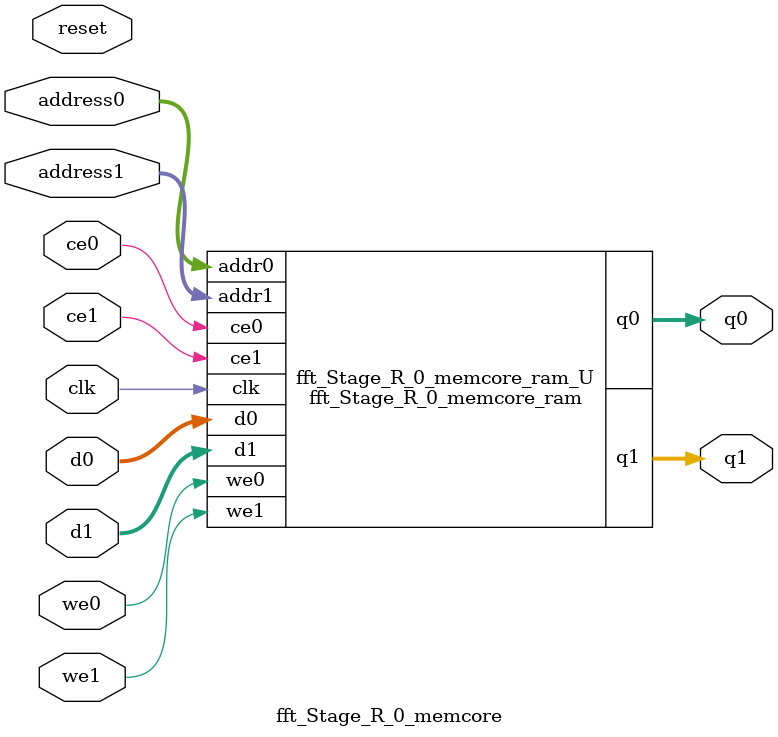
<source format=v>
`timescale 1 ns / 1 ps
module fft_Stage_R_0_memcore_ram (addr0, ce0, d0, we0, q0, addr1, ce1, d1, we1, q1,  clk);

parameter DWIDTH = 32;
parameter AWIDTH = 11;
parameter MEM_SIZE = 2048;

input[AWIDTH-1:0] addr0;
input ce0;
input[DWIDTH-1:0] d0;
input we0;
output reg[DWIDTH-1:0] q0;
input[AWIDTH-1:0] addr1;
input ce1;
input[DWIDTH-1:0] d1;
input we1;
output reg[DWIDTH-1:0] q1;
input clk;

(* ram_style = "block" *)reg [DWIDTH-1:0] ram[0:MEM_SIZE-1];




always @(posedge clk)  
begin 
    if (ce0) begin
        if (we0) 
            ram[addr0] <= d0; 
        q0 <= ram[addr0];
    end
end


always @(posedge clk)  
begin 
    if (ce1) begin
        if (we1) 
            ram[addr1] <= d1; 
        q1 <= ram[addr1];
    end
end


endmodule

`timescale 1 ns / 1 ps
module fft_Stage_R_0_memcore(
    reset,
    clk,
    address0,
    ce0,
    we0,
    d0,
    q0,
    address1,
    ce1,
    we1,
    d1,
    q1);

parameter DataWidth = 32'd32;
parameter AddressRange = 32'd2048;
parameter AddressWidth = 32'd11;
input reset;
input clk;
input[AddressWidth - 1:0] address0;
input ce0;
input we0;
input[DataWidth - 1:0] d0;
output[DataWidth - 1:0] q0;
input[AddressWidth - 1:0] address1;
input ce1;
input we1;
input[DataWidth - 1:0] d1;
output[DataWidth - 1:0] q1;



fft_Stage_R_0_memcore_ram fft_Stage_R_0_memcore_ram_U(
    .clk( clk ),
    .addr0( address0 ),
    .ce0( ce0 ),
    .we0( we0 ),
    .d0( d0 ),
    .q0( q0 ),
    .addr1( address1 ),
    .ce1( ce1 ),
    .we1( we1 ),
    .d1( d1 ),
    .q1( q1 ));

endmodule


</source>
